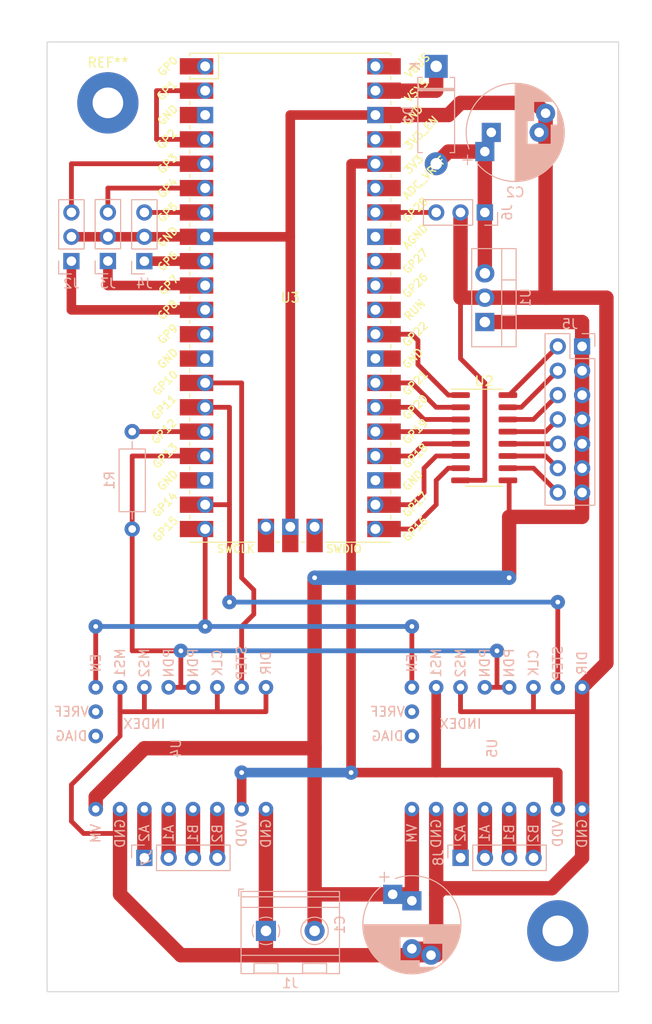
<source format=kicad_pcb>
(kicad_pcb (version 20221018) (generator pcbnew)
  (layers (0 "F.Cu" signal) (31 "B.Cu" signal) (34 "B.Paste" user) (35 "F.Paste" user) (36 "B.SilkS" user "B.Silkscreen") (37 "F.SilkS" user "F.Silkscreen") (38 "B.Mask" user) (39 "F.Mask" user) (44 "Edge.Cuts" user))
  (net 0 "")
  (net 1 "+12V")
  (net 2 "GND")
  (net 3 "+5V")
  (net 4 "Net-(D1-K)")
  (net 5 "/VCC_Minute_Home_Switch")
  (net 6 "/Minute_Home_Switch")
  (net 7 "/VCC_Hour_Home_Switch")
  (net 8 "/Hour_Home_Switch")
  (net 9 "/VCC_DCF77")
  (net 10 "/RX_DCF77")
  (net 11 "Net-(J5-Pin_2)")
  (net 12 "Net-(J5-Pin_4)")
  (net 13 "Net-(J5-Pin_6)")
  (net 14 "Net-(J5-Pin_8)")
  (net 15 "Net-(J5-Pin_10)")
  (net 16 "Net-(J5-Pin_12)")
  (net 17 "Net-(J5-Pin_14)")
  (net 18 "Net-(J6-Pin_3)")
  (net 19 "Net-(J7-Pin_1)")
  (net 20 "Net-(J7-Pin_2)")
  (net 21 "Net-(J7-Pin_3)")
  (net 22 "Net-(J7-Pin_4)")
  (net 23 "Net-(J8-Pin_1)")
  (net 24 "Net-(J8-Pin_2)")
  (net 25 "Net-(J8-Pin_3)")
  (net 26 "Net-(J8-Pin_4)")
  (net 27 "Net-(U3-GPIO12)")
  (net 28 "/UART")
  (net 29 "/ULN_1")
  (net 30 "/ULN_2")
  (net 31 "/ULN_3")
  (net 32 "/ULN_4")
  (net 33 "/ULN_5")
  (net 34 "/ULN_6")
  (net 35 "/ULN_7")
  (net 37 "Net-(U3-GPIO1)")
  (net 39 "/Step_Hour")
  (net 40 "/Step_Minute")
  (net 41 "/EN")
  (net 46 "+3.3V")
  (footprint "Package_SO:SOIC-16_3.9x9.9mm_P1.27mm" (layer "F.Cu") (at 151.065 100.965)
    (fp_text reference "U2" (at 0 -5.9) (layer "F.SilkS"))
    (fp_text value "ULN2003")
    (pad "1" smd roundrect (at -2.475 -4.445) (size 1.95 0.6) (layers "F.Cu" "F.Paste" "F.Mask") (net 29 "/ULN_1"))
    (pad "2" smd roundrect (at -2.475 -3.175) (size 1.95 0.6) (layers "F.Cu" "F.Paste" "F.Mask") (net 30 "/ULN_2"))
    (pad "3" smd roundrect (at -2.475 -1.905) (size 1.95 0.6) (layers "F.Cu" "F.Paste" "F.Mask") (net 31 "/ULN_3"))
    (pad "4" smd roundrect (at -2.475 -0.635) (size 1.95 0.6) (layers "F.Cu" "F.Paste" "F.Mask") (net 32 "/ULN_4"))
    (pad "5" smd roundrect (at -2.475 0.635) (size 1.95 0.6) (layers "F.Cu" "F.Paste" "F.Mask") (net 33 "/ULN_5"))
    (pad "6" smd roundrect (at -2.475 1.905) (size 1.95 0.6) (layers "F.Cu" "F.Paste" "F.Mask") (net 34 "/ULN_6"))
    (pad "7" smd roundrect (at -2.475 3.175) (size 1.95 0.6) (layers "F.Cu" "F.Paste" "F.Mask") (net 35 "/ULN_7"))
    (pad "8" smd roundrect (at -2.475 4.445) (size 1.95 0.6) (layers "F.Cu" "F.Paste" "F.Mask") (net 2 "GND"))
    (pad "9" smd roundrect (at 2.475 4.445) (size 1.95 0.6) (layers "F.Cu" "F.Paste" "F.Mask") (net 1 "+12V"))
    (pad "10" smd roundrect (at 2.475 3.175) (size 1.95 0.6) (layers "F.Cu" "F.Paste" "F.Mask") (net 17 "Net-(J5-Pin_14)"))
    (pad "11" smd roundrect (at 2.475 1.905) (size 1.95 0.6) (layers "F.Cu" "F.Paste" "F.Mask") (net 16 "Net-(J5-Pin_12)"))
    (pad "12" smd roundrect (at 2.475 0.635) (size 1.95 0.6) (layers "F.Cu" "F.Paste" "F.Mask") (net 15 "Net-(J5-Pin_10)"))
    (pad "13" smd roundrect (at 2.475 -0.635) (size 1.95 0.6) (layers "F.Cu" "F.Paste" "F.Mask") (net 14 "Net-(J5-Pin_8)"))
    (pad "14" smd roundrect (at 2.475 -1.905) (size 1.95 0.6) (layers "F.Cu" "F.Paste" "F.Mask") (net 13 "Net-(J5-Pin_6)"))
    (pad "15" smd roundrect (at 2.475 -3.175) (size 1.95 0.6) (layers "F.Cu" "F.Paste" "F.Mask") (net 12 "Net-(J5-Pin_4)"))
    (pad "16" smd roundrect (at 2.475 -4.445) (size 1.95 0.6) (layers "F.Cu" "F.Paste" "F.Mask") (net 11 "Net-(J5-Pin_2)"))
  )
  (footprint "MountingHole:MountingHole_3.2mm_M3_Pad" (layer "F.Cu") (at 111.76 66.04)
    (fp_text reference "REF**" (at 0 -4.2) (layer "F.SilkS"))
    (fp_text value "MountingHole_3.2mm_M3_Pad")
    (pad "1" thru_hole circle (at 0 0) (size 6.4 6.4) (drill 3.2) (layers "*.Cu" "*.Mask"))
  )
  (footprint "" (layer "F.Cu") (at 158.75 152.4)
    (fp_text reference "" (at 0 0) (layer "F.SilkS") (effects (font (size 1.27 1.27))))
    (fp_text value "" (at 0 0) (layer "F.SilkS") (effects (font (size 1.27 1.27))))
    (pad "1" thru_hole circle (at 0 0) (size 6.4 6.4) (drill 3.2) (layers "F&B.Cu" "*.Mask"))
  )
  (footprint "MCU_RaspberryPi_and_Boards:RPi_Pico_SMD_TH" (layer "F.Cu") (at 130.81 86.36)
    (fp_text reference "U3" (at 0 0) (layer "F.SilkS"))
    (fp_text value "Pico")
    (fp_text user "GP4" (at -12.8 -11.43 45) (layer "F.SilkS") (effects (font (size 0.8 0.8))))
    (fp_text user "GP11" (at -13.2 11.43 45) (layer "F.SilkS") (effects (font (size 0.8 0.8))))
    (fp_text user "GP3" (at -12.8 -13.97 45) (layer "F.SilkS") (effects (font (size 0.8 0.8))))
    (fp_text user "GP19" (at 13.054 13.97 45) (layer "F.SilkS") (effects (font (size 0.8 0.8))))
    (fp_text user "GP18" (at 13.054 16.51 45) (layer "F.SilkS") (effects (font (size 0.8 0.8))))
    (fp_text user "GND" (at -12.8 -6.35 45) (layer "F.SilkS") (effects (font (size 0.8 0.8))))
    (fp_text user "GP17" (at 13.054 21.59 45) (layer "F.SilkS") (effects (font (size 0.8 0.8))))
    (fp_text user "GP28" (at 13.054 -9.144 45) (layer "F.SilkS") (effects (font (size 0.8 0.8))))
    (fp_text user "AGND" (at 13.054 -6.35 45) (layer "F.SilkS") (effects (font (size 0.8 0.8))))
    (fp_text user "GP6" (at -12.8 -3.81 45) (layer "F.SilkS") (effects (font (size 0.8 0.8))))
    (fp_text user "GP5" (at -12.8 -8.89 45) (layer "F.SilkS") (effects (font (size 0.8 0.8))))
    (fp_text user "GP9" (at -12.8 3.81 45) (layer "F.SilkS") (effects (font (size 0.8 0.8))))
    (fp_text user "GP1" (at -12.9 -21.6 45) (layer "F.SilkS") (effects (font (size 0.8 0.8))))
    (fp_text user "GP0" (at -12.8 -24.13 45) (layer "F.SilkS") (effects (font (size 0.8 0.8))))
    (fp_text user "GND" (at -12.8 6.35 45) (layer "F.SilkS") (effects (font (size 0.8 0.8))))
    (fp_text user "VSYS" (at 13.2 -21.59 45) (layer "F.SilkS") (effects (font (size 0.8 0.8))))
    (fp_text user "GP26" (at 13.054 -1.27 45) (layer "F.SilkS") (effects (font (size 0.8 0.8))))
    (fp_text user "GND" (at 12.8 -19.05 45) (layer "F.SilkS") (effects (font (size 0.8 0.8))))
    (fp_text user "GP10" (at -13.054 8.89 45) (layer "F.SilkS") (effects (font (size 0.8 0.8))))
    (fp_text user "SWCLK" (at -5.7 26.2) (layer "F.SilkS") (effects (font (size 0.8 0.8))))
    (fp_text user "GP27" (at 13.054 -3.8 45) (layer "F.SilkS") (effects (font (size 0.8 0.8))))
    (fp_text user "GP14" (at -13.1 21.59 45) (layer "F.SilkS") (effects (font (size 0.8 0.8))))
    (fp_text user "GP15" (at -13.054 24.13 45) (layer "F.SilkS") (effects (font (size 0.8 0.8))))
    (fp_text user "GND" (at -12.8 -19.05 45) (layer "F.SilkS") (effects (font (size 0.8 0.8))))
    (fp_text user "GP8" (at -12.8 1.27 45) (layer "F.SilkS") (effects (font (size 0.8 0.8))))
    (fp_text user "GP16" (at 13.054 24.13 45) (layer "F.SilkS") (effects (font (size 0.8 0.8))))
    (fp_text user "GP22" (at 13.054 3.81 45) (layer "F.SilkS") (effects (font (size 0.8 0.8))))
    (fp_text user "SWDIO" (at 5.6 26.2) (layer "F.SilkS") (effects (font (size 0.8 0.8))))
    (fp_text user "GP2" (at -12.9 -16.51 45) (layer "F.SilkS") (effects (font (size 0.8 0.8))))
    (fp_text user "GND" (at -12.8 19.05 45) (layer "F.SilkS") (effects (font (size 0.8 0.8))))
    (fp_text user "GP7" (at -12.7 -1.3 45) (layer "F.SilkS") (effects (font (size 0.8 0.8))))
    (fp_text user "GP21" (at 13.054 8.9 45) (layer "F.SilkS") (effects (font (size 0.8 0.8))))
    (fp_text user "RUN" (at 13 1.27 45) (layer "F.SilkS") (effects (font (size 0.8 0.8))))
    (fp_text user "3V3_EN" (at 13.7 -17.2 45) (layer "F.SilkS") (effects (font (size 0.8 0.8))))
    (fp_text user "GP12" (at -13.2 13.97 45) (layer "F.SilkS") (effects (font (size 0.8 0.8))))
    (fp_text user "3V3" (at 12.9 -13.9 45) (layer "F.SilkS") (effects (font (size 0.8 0.8))))
    (fp_text user "ADC_VREF" (at 14 -12.5 45) (layer "F.SilkS") (effects (font (size 0.8 0.8))))
    (fp_text user "GP20" (at 13.054 11.43 45) (layer "F.SilkS") (effects (font (size 0.8 0.8))))
    (fp_text user "GND" (at 12.8 6.35 45) (layer "F.SilkS") (effects (font (size 0.8 0.8))))
    (fp_text user "GP13" (at -13.054 16.51 45) (layer "F.SilkS") (effects (font (size 0.8 0.8))))
    (fp_text user "VBUS" (at 13.3 -24.2 45) (layer "F.SilkS") (effects (font (size 0.8 0.8))))
    (fp_text user "GND" (at 12.8 19.05 45) (layer "F.SilkS") (effects (font (size 0.8 0.8))))
    (pad "" np_thru_hole oval (at -2.725 -24) (size 1.8 1.8) (drill 1.8) (layers "*.Cu" "*.Mask"))
    (pad "" np_thru_hole oval (at -2.425 -20.97) (size 1.5 1.5) (drill 1.5) (layers "*.Cu" "*.Mask"))
    (pad "" np_thru_hole oval (at 2.425 -20.97) (size 1.5 1.5) (drill 1.5) (layers "*.Cu" "*.Mask"))
    (pad "" np_thru_hole oval (at 2.725 -24) (size 1.8 1.8) (drill 1.8) (layers "*.Cu" "*.Mask"))
    (pad "1" thru_hole oval (at -8.89 -24.13) (size 1.7 1.7) (drill 1.02) (layers "*.Cu" "*.Mask"))
    (pad "1" smd rect (at -8.89 -24.13) (size 3.5 1.7) (drill (offset -0.9 0)) (layers "F.Cu" "F.Mask"))
    (pad "2" thru_hole oval (at -8.89 -21.59) (size 1.7 1.7) (drill 1.02) (layers "*.Cu" "*.Mask") (net 37 "Net-(U3-GPIO1)"))
    (pad "2" smd rect (at -8.89 -21.59) (size 3.5 1.7) (drill (offset -0.9 0)) (layers "F.Cu" "F.Mask") (net 37 "Net-(U3-GPIO1)"))
    (pad "3" thru_hole rect (at -8.89 -19.05) (size 1.7 1.7) (drill 1.02) (layers "*.Cu" "*.Mask"))
    (pad "3" smd rect (at -8.89 -19.05) (size 3.5 1.7) (drill (offset -0.9 0)) (layers "F.Cu" "F.Mask"))
    (pad "4" thru_hole oval (at -8.89 -16.51) (size 1.7 1.7) (drill 1.02) (layers "*.Cu" "*.Mask") (net 37 "Net-(U3-GPIO1)"))
    (pad "4" smd rect (at -8.89 -16.51) (size 3.5 1.7) (drill (offset -0.9 0)) (layers "F.Cu" "F.Mask") (net 37 "Net-(U3-GPIO1)"))
    (pad "5" thru_hole oval (at -8.89 -13.97) (size 1.7 1.7) (drill 1.02) (layers "*.Cu" "*.Mask") (net 6 "/Minute_Home_Switch"))
    (pad "5" smd rect (at -8.89 -13.97) (size 3.5 1.7) (drill (offset -0.9 0)) (layers "F.Cu" "F.Mask") (net 6 "/Minute_Home_Switch"))
    (pad "6" thru_hole oval (at -8.89 -11.43) (size 1.7 1.7) (drill 1.02) (layers "*.Cu" "*.Mask") (net 8 "/Hour_Home_Switch"))
    (pad "6" smd rect (at -8.89 -11.43) (size 3.5 1.7) (drill (offset -0.9 0)) (layers "F.Cu" "F.Mask") (net 8 "/Hour_Home_Switch"))
    (pad "7" thru_hole oval (at -8.89 -8.89) (size 1.7 1.7) (drill 1.02) (layers "*.Cu" "*.Mask") (net 10 "/RX_DCF77"))
    (pad "7" smd rect (at -8.89 -8.89) (size 3.5 1.7) (drill (offset -0.9 0)) (layers "F.Cu" "F.Mask") (net 10 "/RX_DCF77"))
    (pad "8" thru_hole rect (at -8.89 -6.35) (size 1.7 1.7) (drill 1.02) (layers "*.Cu" "*.Mask") (net 2 "GND"))
    (pad "8" smd rect (at -8.89 -6.35) (size 3.5 1.7) (drill (offset -0.9 0)) (layers "F.Cu" "F.Mask") (net 2 "GND"))
    (pad "9" thru_hole oval (at -8.89 -3.81) (size 1.7 1.7) (drill 1.02) (layers "*.Cu" "*.Mask") (net 9 "/VCC_DCF77"))
    (pad "9" smd rect (at -8.89 -3.81) (size 3.5 1.7) (drill (offset -0.9 0)) (layers "F.Cu" "F.Mask") (net 9 "/VCC_DCF77"))
    (pad "10" thru_hole oval (at -8.89 -1.27) (size 1.7 1.7) (drill 1.02) (layers "*.Cu" "*.Mask") (net 7 "/VCC_Hour_Home_Switch"))
    (pad "10" smd rect (at -8.89 -1.27) (size 3.5 1.7) (drill (offset -0.9 0)) (layers "F.Cu" "F.Mask") (net 7 "/VCC_Hour_Home_Switch"))
    (pad "11" thru_hole oval (at -8.89 1.27) (size 1.7 1.7) (drill 1.02) (layers "*.Cu" "*.Mask") (net 5 "/VCC_Minute_Home_Switch"))
    (pad "11" smd rect (at -8.89 1.27) (size 3.5 1.7) (drill (offset -0.9 0)) (layers "F.Cu" "F.Mask") (net 5 "/VCC_Minute_Home_Switch"))
    (pad "12" thru_hole oval (at -8.89 3.81) (size 1.7 1.7) (drill 1.02) (layers "*.Cu" "*.Mask"))
    (pad "12" smd rect (at -8.89 3.81) (size 3.5 1.7) (drill (offset -0.9 0)) (layers "F.Cu" "F.Mask"))
    (pad "13" thru_hole rect (at -8.89 6.35) (size 1.7 1.7) (drill 1.02) (layers "*.Cu" "*.Mask"))
    (pad "13" smd rect (at -8.89 6.35) (size 3.5 1.7) (drill (offset -0.9 0)) (layers "F.Cu" "F.Mask"))
    (pad "14" thru_hole oval (at -8.89 8.89) (size 1.7 1.7) (drill 1.02) (layers "*.Cu" "*.Mask") (net 39 "/Step_Hour"))
    (pad "14" smd rect (at -8.89 8.89) (size 3.5 1.7) (drill (offset -0.9 0)) (layers "F.Cu" "F.Mask") (net 39 "/Step_Hour"))
    (pad "15" thru_hole oval (at -8.89 11.43) (size 1.7 1.7) (drill 1.02) (layers "*.Cu" "*.Mask") (net 40 "/Step_Minute"))
    (pad "15" smd rect (at -8.89 11.43) (size 3.5 1.7) (drill (offset -0.9 0)) (layers "F.Cu" "F.Mask") (net 40 "/Step_Minute"))
    (pad "16" thru_hole oval (at -8.89 13.97) (size 1.7 1.7) (drill 1.02) (layers "*.Cu" "*.Mask") (net 27 "Net-(U3-GPIO12)"))
    (pad "16" smd rect (at -8.89 13.97) (size 3.5 1.7) (drill (offset -0.9 0)) (layers "F.Cu" "F.Mask") (net 27 "Net-(U3-GPIO12)"))
    (pad "17" thru_hole oval (at -8.89 16.51) (size 1.7 1.7) (drill 1.02) (layers "*.Cu" "*.Mask") (net 28 "/UART"))
    (pad "17" smd rect (at -8.89 16.51) (size 3.5 1.7) (drill (offset -0.9 0)) (layers "F.Cu" "F.Mask") (net 28 "/UART"))
    (pad "18" thru_hole rect (at -8.89 19.05) (size 1.7 1.7) (drill 1.02) (layers "*.Cu" "*.Mask"))
    (pad "18" smd rect (at -8.89 19.05) (size 3.5 1.7) (drill (offset -0.9 0)) (layers "F.Cu" "F.Mask"))
    (pad "19" thru_hole oval (at -8.89 21.59) (size 1.7 1.7) (drill 1.02) (layers "*.Cu" "*.Mask") (net 40 "/Step_Minute"))
    (pad "19" smd rect (at -8.89 21.59) (size 3.5 1.7) (drill (offset -0.9 0)) (layers "F.Cu" "F.Mask") (net 40 "/Step_Minute"))
    (pad "20" thru_hole oval (at -8.89 24.13) (size 1.7 1.7) (drill 1.02) (layers "*.Cu" "*.Mask") (net 41 "/EN"))
    (pad "20" smd rect (at -8.89 24.13) (size 3.5 1.7) (drill (offset -0.9 0)) (layers "F.Cu" "F.Mask") (net 41 "/EN"))
    (pad "21" thru_hole oval (at 8.89 24.13) (size 1.7 1.7) (drill 1.02) (layers "*.Cu" "*.Mask") (net 35 "/ULN_7"))
    (pad "21" smd rect (at 8.89 24.13) (size 3.5 1.7) (drill (offset 0.9 0)) (layers "F.Cu" "F.Mask") (net 35 "/ULN_7"))
    (pad "22" thru_hole oval (at 8.89 21.59) (size 1.7 1.7) (drill 1.02) (layers "*.Cu" "*.Mask") (net 34 "/ULN_6"))
    (pad "22" smd rect (at 8.89 21.59) (size 3.5 1.7) (drill (offset 0.9 0)) (layers "F.Cu" "F.Mask") (net 34 "/ULN_6"))
    (pad "23" thru_hole rect (at 8.89 19.05) (size 1.7 1.7) (drill 1.02) (layers "*.Cu" "*.Mask"))
    (pad "23" smd rect (at 8.89 19.05) (size 3.5 1.7) (drill (offset 0.9 0)) (layers "F.Cu" "F.Mask"))
    (pad "24" thru_hole oval (at 8.89 16.51) (size 1.7 1.7) (drill 1.02) (layers "*.Cu" "*.Mask") (net 33 "/ULN_5"))
    (pad "24" smd rect (at 8.89 16.51) (size 3.5 1.7) (drill (offset 0.9 0)) (layers "F.Cu" "F.Mask") (net 33 "/ULN_5"))
    (pad "25" thru_hole oval (at 8.89 13.97) (size 1.7 1.7) (drill 1.02) (layers "*.Cu" "*.Mask") (net 32 "/ULN_4"))
    (pad "25" smd rect (at 8.89 13.97) (size 3.5 1.7) (drill (offset 0.9 0)) (layers "F.Cu" "F.Mask") (net 32 "/ULN_4"))
    (pad "26" thru_hole oval (at 8.89 11.43) (size 1.7 1.7) (drill 1.02) (layers "*.Cu" "*.Mask") (net 31 "/ULN_3"))
    (pad "26" smd rect (at 8.89 11.43) (size 3.5 1.7) (drill (offset 0.9 0)) (layers "F.Cu" "F.Mask") (net 31 "/ULN_3"))
    (pad "27" thru_hole oval (at 8.89 8.89) (size 1.7 1.7) (drill 1.02) (layers "*.Cu" "*.Mask") (net 30 "/ULN_2"))
    (pad "27" smd rect (at 8.89 8.89) (size 3.5 1.7) (drill (offset 0.9 0)) (layers "F.Cu" "F.Mask") (net 30 "/ULN_2"))
    (pad "28" thru_hole rect (at 8.89 6.35) (size 1.7 1.7) (drill 1.02) (layers "*.Cu" "*.Mask"))
    (pad "28" smd rect (at 8.89 6.35) (size 3.5 1.7) (drill (offset 0.9 0)) (layers "F.Cu" "F.Mask"))
    (pad "29" thru_hole oval (at 8.89 3.81) (size 1.7 1.7) (drill 1.02) (layers "*.Cu" "*.Mask") (net 29 "/ULN_1"))
    (pad "29" smd rect (at 8.89 3.81) (size 3.5 1.7) (drill (offset 0.9 0)) (layers "F.Cu" "F.Mask") (net 29 "/ULN_1"))
    (pad "30" thru_hole oval (at 8.89 1.27) (size 1.7 1.7) (drill 1.02) (layers "*.Cu" "*.Mask"))
    (pad "30" smd rect (at 8.89 1.27) (size 3.5 1.7) (drill (offset 0.9 0)) (layers "F.Cu" "F.Mask"))
    (pad "31" thru_hole oval (at 8.89 -1.27) (size 1.7 1.7) (drill 1.02) (layers "*.Cu" "*.Mask"))
    (pad "31" smd rect (at 8.89 -1.27) (size 3.5 1.7) (drill (offset 0.9 0)) (layers "F.Cu" "F.Mask"))
    (pad "32" thru_hole oval (at 8.89 -3.81) (size 1.7 1.7) (drill 1.02) (layers "*.Cu" "*.Mask"))
    (pad "32" smd rect (at 8.89 -3.81) (size 3.5 1.7) (drill (offset 0.9 0)) (layers "F.Cu" "F.Mask"))
    (pad "33" thru_hole rect (at 8.89 -6.35) (size 1.7 1.7) (drill 1.02) (layers "*.Cu" "*.Mask"))
    (pad "33" smd rect (at 8.89 -6.35) (size 3.5 1.7) (drill (offset 0.9 0)) (layers "F.Cu" "F.Mask"))
    (pad "34" thru_hole oval (at 8.89 -8.89) (size 1.7 1.7) (drill 1.02) (layers "*.Cu" "*.Mask") (net 18 "Net-(J6-Pin_3)"))
    (pad "34" smd rect (at 8.89 -8.89) (size 3.5 1.7) (drill (offset 0.9 0)) (layers "F.Cu" "F.Mask") (net 18 "Net-(J6-Pin_3)"))
    (pad "35" thru_hole oval (at 8.89 -11.43) (size 1.7 1.7) (drill 1.02) (layers "*.Cu" "*.Mask"))
    (pad "35" smd rect (at 8.89 -11.43) (size 3.5 1.7) (drill (offset 0.9 0)) (layers "F.Cu" "F.Mask"))
    (pad "36" thru_hole oval (at 8.89 -13.97) (size 1.7 1.7) (drill 1.02) (layers "*.Cu" "*.Mask") (net 46 "+3.3V"))
    (pad "36" smd rect (at 8.89 -13.97) (size 3.5 1.7) (drill (offset 0.9 0)) (layers "F.Cu" "F.Mask") (net 46 "+3.3V"))
    (pad "37" thru_hole oval (at 8.89 -16.51) (size 1.7 1.7) (drill 1.02) (layers "*.Cu" "*.Mask"))
    (pad "37" smd rect (at 8.89 -16.51) (size 3.5 1.7) (drill (offset 0.9 0)) (layers "F.Cu" "F.Mask"))
    (pad "38" thru_hole rect (at 8.89 -19.05) (size 1.7 1.7) (drill 1.02) (layers "*.Cu" "*.Mask") (net 2 "GND"))
    (pad "38" smd rect (at 8.89 -19.05) (size 3.5 1.7) (drill (offset 0.9 0)) (layers "F.Cu" "F.Mask") (net 2 "GND"))
    (pad "39" thru_hole oval (at 8.89 -21.59) (size 1.7 1.7) (drill 1.02) (layers "*.Cu" "*.Mask") (net 4 "Net-(D1-K)"))
    (pad "39" smd rect (at 8.89 -21.59) (size 3.5 1.7) (drill (offset 0.9 0)) (layers "F.Cu" "F.Mask") (net 4 "Net-(D1-K)"))
    (pad "40" thru_hole oval (at 8.89 -24.13) (size 1.7 1.7) (drill 1.02) (layers "*.Cu" "*.Mask"))
    (pad "40" smd rect (at 8.89 -24.13) (size 3.5 1.7) (drill (offset 0.9 0)) (layers "F.Cu" "F.Mask"))
    (pad "41" thru_hole oval (at -2.54 23.9) (size 1.7 1.7) (drill 1.02) (layers "*.Cu" "*.Mask"))
    (pad "41" smd rect (at -2.54 23.9 90) (size 3.5 1.7) (drill (offset -0.9 0)) (layers "F.Cu" "F.Mask"))
    (pad "42" thru_hole rect (at 0 23.9) (size 1.7 1.7) (drill 1.02) (layers "*.Cu" "*.Mask") (net 2 "GND"))
    (pad "42" smd rect (at 0 23.9 90) (size 3.5 1.7) (drill (offset -0.9 0)) (layers "F.Cu" "F.Mask") (net 2 "GND"))
    (pad "43" thru_hole oval (at 2.54 23.9) (size 1.7 1.7) (drill 1.02) (layers "*.Cu" "*.Mask"))
    (pad "43" smd rect (at 2.54 23.9 90) (size 3.5 1.7) (drill (offset -0.9 0)) (layers "F.Cu" "F.Mask"))
  )
  (footprint "Connector_PinHeader_2.54mm:PinHeader_1x03_P2.54mm_Vertical" (layer "B.Cu") (at 111.76 82.535)
    (fp_text reference "J3" (at 0 2.33) (layer "B.SilkS") (effects (justify mirror)))
    (fp_text value "Conn_Hour_Home")
    (pad "1" thru_hole rect (at 0 0) (size 1.7 1.7) (drill 1) (layers "*.Cu" "*.Mask") (net 7 "/VCC_Hour_Home_Switch"))
    (pad "2" thru_hole oval (at 0 -2.54) (size 1.7 1.7) (drill 1) (layers "*.Cu" "*.Mask") (net 2 "GND"))
    (pad "3" thru_hole oval (at 0 -5.08) (size 1.7 1.7) (drill 1) (layers "*.Cu" "*.Mask") (net 8 "/Hour_Home_Switch"))
  )
  (footprint "Capacitor_THT:CP_Radial_D10.0mm_P5.00mm_P7.50mm" (layer "B.Cu") (at 151.802144 69.12)
    (fp_text reference "C2" (at 2.5 6.25) (layer "B.SilkS") (effects (justify mirror)))
    (fp_text value "C_Polarized")
    (pad "1" thru_hole rect (at -0.672144 2) (size 2 2) (drill 1) (layers "*.Cu" "*.Mask") (net 3 "+5V"))
    (pad "1" thru_hole rect (at 0 0) (size 2 2) (drill 1) (layers "*.Cu" "*.Mask") (net 3 "+5V"))
    (pad "2" thru_hole circle (at 5 0) (size 2 2) (drill 1) (layers "*.Cu" "*.Mask") (net 2 "GND"))
    (pad "2" thru_hole circle (at 5.672144 -2) (size 2 2) (drill 1) (layers "*.Cu" "*.Mask") (net 2 "GND"))
  )
  (footprint "Connector_PinHeader_2.54mm:PinHeader_1x03_P2.54mm_Vertical" (layer "B.Cu") (at 151.13 77.47 90)
    (fp_text reference "J6" (at 0 2.33 90) (layer "B.SilkS") (effects (justify mirror)))
    (fp_text value "Conn_RGB_LED")
    (pad "1" thru_hole rect (at 0 0 90) (size 1.7 1.7) (drill 1) (layers "*.Cu" "*.Mask") (net 3 "+5V"))
    (pad "2" thru_hole oval (at 0 -2.54 90) (size 1.7 1.7) (drill 1) (layers "*.Cu" "*.Mask") (net 2 "GND"))
    (pad "3" thru_hole oval (at 0 -5.08 90) (size 1.7 1.7) (drill 1) (layers "*.Cu" "*.Mask") (net 18 "Net-(J6-Pin_3)"))
  )
  (footprint "Resistor_THT:R_Axial_DIN0207_L6.3mm_D2.5mm_P10.16mm_Horizontal" (layer "B.Cu") (at 114.3 100.33 -90)
    (fp_text reference "R1" (at 5.08 2.37 90) (layer "B.SilkS") (effects (justify mirror)))
    (fp_text value "1K")
    (pad "1" thru_hole circle (at 0 0 270) (size 1.6 1.6) (drill 0.8) (layers "*.Cu" "*.Mask") (net 27 "Net-(U3-GPIO12)"))
    (pad "2" thru_hole oval (at 10.16 0 270) (size 1.6 1.6) (drill 0.8) (layers "*.Cu" "*.Mask") (net 28 "/UART"))
  )
  (footprint "Connector_PinHeader_2.54mm:PinHeader_1x03_P2.54mm_Vertical" (layer "B.Cu") (at 107.95 82.55)
    (fp_text reference "J2" (at 0 2.33) (layer "B.SilkS") (effects (justify mirror)))
    (fp_text value "Conn_DCF77")
    (pad "1" thru_hole rect (at 0 0) (size 1.7 1.7) (drill 1) (layers "*.Cu" "*.Mask") (net 5 "/VCC_Minute_Home_Switch"))
    (pad "2" thru_hole oval (at 0 -2.54) (size 1.7 1.7) (drill 1) (layers "*.Cu" "*.Mask") (net 2 "GND"))
    (pad "3" thru_hole oval (at 0 -5.08) (size 1.7 1.7) (drill 1) (layers "*.Cu" "*.Mask") (net 6 "/Minute_Home_Switch"))
  )
  (footprint "Connector_PinHeader_2.54mm:PinHeader_1x04_P2.54mm_Vertical" (layer "B.Cu") (at 148.6 144.78 -90)
    (fp_text reference "J8" (at 0 2.33 90) (layer "B.SilkS") (effects (justify mirror)))
    (fp_text value "Conn_Motor_Minute")
    (pad "1" thru_hole rect (at 0 0 270) (size 1.7 1.7) (drill 1) (layers "*.Cu" "*.Mask") (net 23 "Net-(J8-Pin_1)"))
    (pad "2" thru_hole oval (at 0 -2.54 270) (size 1.7 1.7) (drill 1) (layers "*.Cu" "*.Mask") (net 24 "Net-(J8-Pin_2)"))
    (pad "3" thru_hole oval (at 0 -5.08 270) (size 1.7 1.7) (drill 1) (layers "*.Cu" "*.Mask") (net 25 "Net-(J8-Pin_3)"))
    (pad "4" thru_hole oval (at 0 -7.62 270) (size 1.7 1.7) (drill 1) (layers "*.Cu" "*.Mask") (net 26 "Net-(J8-Pin_4)"))
  )
  (footprint "CustomComponents:SilentStepStick" (layer "B.Cu") (at 152.4 133.35 -90)
    (fp_text reference "U5" (at 0 0.5 90 unlocked) (layer "B.SilkS") (effects (justify mirror)))
    (fp_text value "SilentStepStick_Minute")
    (fp_text user "INDEX" (at -2.54 3.81 unlocked) (layer "B.SilkS") (effects (justify mirror)))
    (fp_text user "GND" (at 8.89 6.35 90 unlocked) (layer "B.SilkS") (effects (justify mirror)))
    (fp_text user "B1" (at 8.89 -1.27 90 unlocked) (layer "B.SilkS") (effects (justify mirror)))
    (fp_text user "MS1" (at -8.89 6.35 90 unlocked) (layer "B.SilkS") (effects (justify mirror)))
    (fp_text user "EN" (at -8.89 8.89 90 unlocked) (layer "B.SilkS") (effects (justify mirror)))
    (fp_text user "MS2" (at -8.89 3.81 90 unlocked) (layer "B.SilkS") (effects (justify mirror)))
    (fp_text user "VREF" (at -3.81 11.43 unlocked) (layer "B.SilkS") (effects (justify mirror)))
    (fp_text user "A1" (at 8.89 1.27 90 unlocked) (layer "B.SilkS") (effects (justify mirror)))
    (fp_text user "VM" (at 8.89 8.89 90 unlocked) (layer "B.SilkS") (effects (justify mirror)))
    (fp_text user "CLK" (at -8.89 -3.81 90 unlocked) (layer "B.SilkS") (effects (justify mirror)))
    (fp_text user "GND" (at 8.89 -8.89 90 unlocked) (layer "B.SilkS") (effects (justify mirror)))
    (fp_text user "PDN" (at -8.89 1.27 90 unlocked) (layer "B.SilkS") (effects (justify mirror)))
    (fp_text user "PDN" (at -8.89 -1.27 90 unlocked) (layer "B.SilkS") (effects (justify mirror)))
    (fp_text user "STEP" (at -8.89 -6.35 90 unlocked) (layer "B.SilkS") (effects (justify mirror)))
    (fp_text user "DIAG" (at -1.27 11.43 unlocked) (layer "B.SilkS") (effects (justify mirror)))
    (fp_text user "A2" (at 8.89 3.81 90 unlocked) (layer "B.SilkS") (effects (justify mirror)))
    (fp_text user "DIR" (at -8.89 -8.89 90 unlocked) (layer "B.SilkS") (effects (justify mirror)))
    (fp_text user "VDD" (at 8.89 -6.35 90 unlocked) (layer "B.SilkS") (effects (justify mirror)))
    (fp_text user "B2" (at 8.89 -3.81 90 unlocked) (layer "B.SilkS") (effects (justify mirror)))
    (pad "1" thru_hole circle (at -6.35 8.89 270) (size 1.524 1.524) (drill 0.762) (layers "*.Cu" "*.Mask") (net 41 "/EN"))
    (pad "2" thru_hole circle (at -6.35 6.35 270) (size 1.524 1.524) (drill 0.762) (layers "*.Cu" "*.Mask") (net 46 "+3.3V"))
    (pad "3" thru_hole circle (at -6.35 3.81 270) (size 1.524 1.524) (drill 0.762) (layers "*.Cu" "*.Mask") (net 2 "GND"))
    (pad "4" thru_hole circle (at -6.35 1.27 270) (size 1.524 1.524) (drill 0.762) (layers "*.Cu" "*.Mask") (net 28 "/UART"))
    (pad "5" thru_hole circle (at -6.35 -1.27 270) (size 1.524 1.524) (drill 0.762) (layers "*.Cu" "*.Mask") (net 28 "/UART"))
    (pad "6" thru_hole circle (at -6.35 -3.81 270) (size 1.524 1.524) (drill 0.762) (layers "*.Cu" "*.Mask") (net 2 "GND"))
    (pad "7" thru_hole circle (at -6.35 -6.35 270) (size 1.524 1.524) (drill 0.762) (layers "*.Cu" "*.Mask") (net 40 "/Step_Minute"))
    (pad "8" thru_hole circle (at -6.35 -8.89 270) (size 1.524 1.524) (drill 0.762) (layers "*.Cu" "*.Mask") (net 2 "GND"))
    (pad "9" thru_hole circle (at 6.35 -8.89 270) (size 1.524 1.524) (drill 0.762) (layers "*.Cu" "*.Mask") (net 2 "GND"))
    (pad "10" thru_hole circle (at 6.35 -6.35 270) (size 1.524 1.524) (drill 0.762) (layers "*.Cu" "*.Mask") (net 46 "+3.3V"))
    (pad "11" thru_hole circle (at 6.35 -3.81 270) (size 1.524 1.524) (drill 0.762) (layers "*.Cu" "*.Mask") (net 26 "Net-(J8-Pin_4)"))
    (pad "12" thru_hole circle (at 6.35 -1.27 270) (size 1.524 1.524) (drill 0.762) (layers "*.Cu" "*.Mask") (net 25 "Net-(J8-Pin_3)"))
    (pad "13" thru_hole circle (at 6.35 1.27 270) (size 1.524 1.524) (drill 0.762) (layers "*.Cu" "*.Mask") (net 24 "Net-(J8-Pin_2)"))
    (pad "14" thru_hole circle (at 6.35 3.81 270) (size 1.524 1.524) (drill 0.762) (layers "*.Cu" "*.Mask") (net 23 "Net-(J8-Pin_1)"))
    (pad "15" thru_hole circle (at 6.35 6.35 270) (size 1.524 1.524) (drill 0.762) (layers "*.Cu" "*.Mask") (net 2 "GND"))
    (pad "16" thru_hole circle (at 6.35 8.89 270) (size 1.524 1.524) (drill 0.762) (layers "*.Cu" "*.Mask") (net 1 "+12V"))
    (pad "17" thru_hole circle (at -3.81 8.89 90) (size 1.524 1.524) (drill 0.762) (layers "*.Cu" "*.Mask"))
    (pad "18" thru_hole circle (at -1.27 8.89 90) (size 1.524 1.524) (drill 0.762) (layers "*.Cu" "*.Mask"))
  )
  (footprint "Package_TO_SOT_THT:TO-220-3_Vertical" (layer "B.Cu") (at 151.13 88.9 90)
    (fp_text reference "U1" (at 2.54 4.27 90) (layer "B.SilkS") (effects (justify mirror)))
    (fp_text value "LM7805_TO220")
    (pad "1" thru_hole rect (at 0 0 90) (size 1.905 2) (drill 1.1) (layers "*.Cu" "*.Mask") (net 1 "+12V"))
    (pad "2" thru_hole oval (at 2.54 0 90) (size 1.905 2) (drill 1.1) (layers "*.Cu" "*.Mask") (net 2 "GND"))
    (pad "3" thru_hole oval (at 5.08 0 90) (size 1.905 2) (drill 1.1) (layers "*.Cu" "*.Mask") (net 3 "+5V"))
  )
  (footprint "Diode_THT:D_DO-15_P10.16mm_Horizontal" (layer "B.Cu") (at 146.05 62.23 -90)
    (fp_text reference "D1" (at 5.08 2.92 90) (layer "B.SilkS") (effects (justify mirror)))
    (fp_text value "D_Schottky")
    (fp_text user "K" (at 0 2.2 90) (layer "B.SilkS") (effects (justify mirror)))
    (pad "1" thru_hole rect (at 0 0 270) (size 2.4 2.4) (drill 1.2) (layers "*.Cu" "*.Mask") (net 4 "Net-(D1-K)"))
    (pad "2" thru_hole oval (at 10.16 0 270) (size 2.4 2.4) (drill 1.2) (layers "*.Cu" "*.Mask") (net 3 "+5V"))
  )
  (footprint "CustomComponents:SilentStepStick" (layer "B.Cu") (at 119.38 133.35 -90)
    (fp_text reference "U4" (at 0 0.5 90 unlocked) (layer "B.SilkS") (effects (justify mirror)))
    (fp_text value "SilentStepStick_Hour")
    (fp_text user "INDEX" (at -2.54 3.81 unlocked) (layer "B.SilkS") (effects (justify mirror)))
    (fp_text user "DIR" (at -8.89 -8.89 90 unlocked) (layer "B.SilkS") (effects (justify mirror)))
    (fp_text user "B2" (at 8.89 -3.81 90 unlocked) (layer "B.SilkS") (effects (justify mirror)))
    (fp_text user "A1" (at 8.89 1.27 90 unlocked) (layer "B.SilkS") (effects (justify mirror)))
    (fp_text user "VREF" (at -3.81 11.43 unlocked) (layer "B.SilkS") (effects (justify mirror)))
    (fp_text user "STEP" (at -8.89 -6.35 90 unlocked) (layer "B.SilkS") (effects (justify mirror)))
    (fp_text user "PDN" (at -8.89 -1.27 90 unlocked) (layer "B.SilkS") (effects (justify mirror)))
    (fp_text user "MS1" (at -8.89 6.35 90 unlocked) (layer "B.SilkS") (effects (justify mirror)))
    (fp_text user "A2" (at 8.89 3.81 90 unlocked) (layer "B.SilkS") (effects (justify mirror)))
    (fp_text user "PDN" (at -8.89 1.27 90 unlocked) (layer "B.SilkS") (effects (justify mirror)))
    (fp_text user "VDD" (at 8.89 -6.35 90 unlocked) (layer "B.SilkS") (effects (justify mirror)))
    (fp_text user "GND" (at 8.89 6.35 90 unlocked) (layer "B.SilkS") (effects (justify mirror)))
    (fp_text user "MS2" (at -8.89 3.81 90 unlocked) (layer "B.SilkS") (effects (justify mirror)))
    (fp_text user "CLK" (at -8.89 -3.81 90 unlocked) (layer "B.SilkS") (effects (justify mirror)))
    (fp_text user "EN" (at -8.89 8.89 90 unlocked) (layer "B.SilkS") (effects (justify mirror)))
    (fp_text user "B1" (at 8.89 -1.27 90 unlocked) (layer "B.SilkS") (effects (justify mirror)))
    (fp_text user "GND" (at 8.89 -8.89 90 unlocked) (layer "B.SilkS") (effects (justify mirror)))
    (fp_text user "VM" (at 8.89 8.89 90 unlocked) (layer "B.SilkS") (effects (justify mirror)))
    (fp_text user "DIAG" (at -1.27 11.43 unlocked) (layer "B.SilkS") (effects (justify mirror)))
    (pad "1" thru_hole circle (at -6.35 8.89 270) (size 1.524 1.524) (drill 0.762) (layers "*.Cu" "*.Mask") (net 41 "/EN"))
    (pad "2" thru_hole circle (at -6.35 6.35 270) (size 1.524 1.524) (drill 0.762) (layers "*.Cu" "*.Mask") (net 2 "GND"))
    (pad "3" thru_hole circle (at -6.35 3.81 270) (size 1.524 1.524) (drill 0.762) (layers "*.Cu" "*.Mask") (net 2 "GND"))
    (pad "4" thru_hole circle (at -6.35 1.27 270) (size 1.524 1.524) (drill 0.762) (layers "*.Cu" "*.Mask") (net 28 "/UART"))
    (pad "5" thru_hole circle (at -6.35 -1.27 270) (size 1.524 1.524) (drill 0.762) (layers "*.Cu" "*.Mask") (net 28 "/UART"))
    (pad "6" thru_hole circle (at -6.35 -3.81 270) (size 1.524 1.524) (drill 0.762) (layers "*.Cu" "*.Mask") (net 2 "GND"))
    (pad "7" thru_hole circle (at -6.35 -6.35 270) (size 1.524 1.524) (drill 0.762) (layers "*.Cu" "*.Mask") (net 39 "/Step_Hour"))
    (pad "8" thru_hole circle (at -6.35 -8.89 270) (size 1.524 1.524) (drill 0.762) (layers "*.Cu" "*.Mask") (net 2 "GND"))
    (pad "9" thru_hole circle (at 6.35 -8.89 270) (size 1.524 1.524) (drill 0.762) (layers "*.Cu" "*.Mask") (net 2 "GND"))
    (pad "10" thru_hole circle (at 6.35 -6.35 270) (size 1.524 1.524) (drill 0.762) (layers "*.Cu" "*.Mask") (net 46 "+3.3V"))
    (pad "11" thru_hole circle (at 6.35 -3.81 270) (size 1.524 1.524) (drill 0.762) (layers "*.Cu" "*.Mask") (net 22 "Net-(J7-Pin_4)"))
    (pad "12" thru_hole circle (at 6.35 -1.27 270) (size 1.524 1.524) (drill 0.762) (layers "*.Cu" "*.Mask") (net 21 "Net-(J7-Pin_3)"))
    (pad "13" thru_hole circle (at 6.35 1.27 270) (size 1.524 1.524) (drill 0.762) (layers "*.Cu" "*.Mask") (net 20 "Net-(J7-Pin_2)"))
    (pad "14" thru_hole circle (at 6.35 3.81 270) (size 1.524 1.524) (drill 0.762) (layers "*.Cu" "*.Mask") (net 19 "Net-(J7-Pin_1)"))
    (pad "15" thru_hole circle (at 6.35 6.35 270) (size 1.524 1.524) (drill 0.762) (layers "*.Cu" "*.Mask") (net 2 "GND"))
    (pad "16" thru_hole circle (at 6.35 8.89 270) (size 1.524 1.524) (drill 0.762) (layers "*.Cu" "*.Mask") (net 1 "+12V"))
    (pad "17" thru_hole circle (at -3.81 8.89 90) (size 1.524 1.524) (drill 0.762) (layers "*.Cu" "*.Mask"))
    (pad "18" thru_hole circle (at -1.27 8.89 90) (size 1.524 1.524) (drill 0.762) (layers "*.Cu" "*.Mask"))
  )
  (footprint "Connector_PinHeader_2.54mm:PinHeader_2x07_P2.54mm_Vertical" (layer "B.Cu") (at 161.29 91.44 180)
    (fp_text reference "J5" (at 1.27 2.33) (layer "B.SilkS") (effects (justify mirror)))
    (fp_text value "Conn_02x07_Odd_Even")
    (pad "1" thru_hole rect (at 0 0 180) (size 1.7 1.7) (drill 1) (layers "*.Cu" "*.Mask") (net 1 "+12V"))
    (pad "2" thru_hole oval (at 2.54 0 180) (size 1.7 1.7) (drill 1) (layers "*.Cu" "*.Mask") (net 11 "Net-(J5-Pin_2)"))
    (pad "3" thru_hole oval (at 0 -2.54 180) (size 1.7 1.7) (drill 1) (layers "*.Cu" "*.Mask") (net 1 "+12V"))
    (pad "4" thru_hole oval (at 2.54 -2.54 180) (size 1.7 1.7) (drill 1) (layers "*.Cu" "*.Mask") (net 12 "Net-(J5-Pin_4)"))
    (pad "5" thru_hole oval (at 0 -5.08 180) (size 1.7 1.7) (drill 1) (layers "*.Cu" "*.Mask") (net 1 "+12V"))
    (pad "6" thru_hole oval (at 2.54 -5.08 180) (size 1.7 1.7) (drill 1) (layers "*.Cu" "*.Mask") (net 13 "Net-(J5-Pin_6)"))
    (pad "7" thru_hole oval (at 0 -7.62 180) (size 1.7 1.7) (drill 1) (layers "*.Cu" "*.Mask") (net 1 "+12V"))
    (pad "8" thru_hole oval (at 2.54 -7.62 180) (size 1.7 1.7) (drill 1) (layers "*.Cu" "*.Mask") (net 14 "Net-(J5-Pin_8)"))
    (pad "9" thru_hole oval (at 0 -10.16 180) (size 1.7 1.7) (drill 1) (layers "*.Cu" "*.Mask") (net 1 "+12V"))
    (pad "10" thru_hole oval (at 2.54 -10.16 180) (size 1.7 1.7) (drill 1) (layers "*.Cu" "*.Mask") (net 15 "Net-(J5-Pin_10)"))
    (pad "11" thru_hole oval (at 0 -12.7 180) (size 1.7 1.7) (drill 1) (layers "*.Cu" "*.Mask") (net 1 "+12V"))
    (pad "12" thru_hole oval (at 2.54 -12.7 180) (size 1.7 1.7) (drill 1) (layers "*.Cu" "*.Mask") (net 16 "Net-(J5-Pin_12)"))
    (pad "13" thru_hole oval (at 0 -15.24 180) (size 1.7 1.7) (drill 1) (layers "*.Cu" "*.Mask") (net 1 "+12V"))
    (pad "14" thru_hole oval (at 2.54 -15.24 180) (size 1.7 1.7) (drill 1) (layers "*.Cu" "*.Mask") (net 17 "Net-(J5-Pin_14)"))
  )
  (footprint "Connector_PinHeader_2.54mm:PinHeader_1x03_P2.54mm_Vertical" (layer "B.Cu") (at 115.57 82.55)
    (fp_text reference "J4" (at 0 2.33) (layer "B.SilkS") (effects (justify mirror)))
    (fp_text value "Conn_DCF77")
    (pad "1" thru_hole rect (at 0 0) (size 1.7 1.7) (drill 1) (layers "*.Cu" "*.Mask") (net 9 "/VCC_DCF77"))
    (pad "2" thru_hole oval (at 0 -2.54) (size 1.7 1.7) (drill 1) (layers "*.Cu" "*.Mask") (net 2 "GND"))
    (pad "3" thru_hole oval (at 0 -5.08) (size 1.7 1.7) (drill 1) (layers "*.Cu" "*.Mask") (net 10 "/RX_DCF77"))
  )
  (footprint "Capacitor_THT:CP_Radial_D10.0mm_P5.00mm_P7.50mm" (layer "B.Cu") (at 143.51 149.262144 -90)
    (fp_text reference "C1" (at 2.5 7.52 -270) (layer "B.SilkS") (effects (justify mirror)))
    (fp_text value "C_Polarized")
    (pad "1" thru_hole rect (at -0.672144 2 270) (size 2 2) (drill 1) (layers "*.Cu" "*.Mask") (net 1 "+12V"))
    (pad "1" thru_hole rect (at 0 0 270) (size 2 2) (drill 1) (layers "*.Cu" "*.Mask") (net 1 "+12V"))
    (pad "2" thru_hole circle (at 5 0 270) (size 2 2) (drill 1) (layers "*.Cu" "*.Mask") (net 2 "GND"))
    (pad "2" thru_hole circle (at 5.672144 -2 270) (size 2 2) (drill 1) (layers "*.Cu" "*.Mask") (net 2 "GND"))
  )
  (footprint "TerminalBlock_RND:TerminalBlock_RND_205-00232_1x02_P5.08mm_Horizontal" (layer "B.Cu") (at 128.27 152.4)
    (fp_text reference "J1" (at 2.54 5.46) (layer "B.SilkS") (effects (justify mirror)))
    (fp_text value "Screw_Terminal_01x02")
    (pad "1" thru_hole rect (at 0 0) (size 2.1 2.1) (drill 1.1) (layers "*.Cu" "*.Mask") (net 2 "GND"))
    (pad "2" thru_hole circle (at 5.08 0) (size 2.1 2.1) (drill 1.1) (layers "*.Cu" "*.Mask") (net 1 "+12V"))
  )
  (footprint "Connector_PinHeader_2.54mm:PinHeader_1x04_P2.54mm_Vertical" (layer "B.Cu") (at 115.57 144.78 -90)
    (fp_text reference "J7" (at 0 -0.21 90) (layer "B.SilkS") (effects (justify mirror)))
    (fp_text value "Conn__Motor_Hour")
    (pad "1" thru_hole rect (at 0 0 270) (size 1.7 1.7) (drill 1) (layers "*.Cu" "*.Mask") (net 19 "Net-(J7-Pin_1)"))
    (pad "2" thru_hole oval (at 0 -2.54 270) (size 1.7 1.7) (drill 1) (layers "*.Cu" "*.Mask") (net 20 "Net-(J7-Pin_2)"))
    (pad "3" thru_hole oval (at 0 -5.08 270) (size 1.7 1.7) (drill 1) (layers "*.Cu" "*.Mask") (net 21 "Net-(J7-Pin_3)"))
    (pad "4" thru_hole oval (at 0 -7.62 270) (size 1.7 1.7) (drill 1) (layers "*.Cu" "*.Mask") (net 22 "Net-(J7-Pin_4)"))
  )
  (gr_rect (start 105.41 59.69) (end 165.1 158.75) (stroke (width 0.1)) (fill none) (layer "Edge.Cuts"))
  (segment (start 142.837856 148.59) (end 143.51 149.262144) (width 1.5) (layer "F.Cu") (net 1))
  (segment (start 151.13 88.9) (end 161.29 88.9) (width 1.5) (layer "F.Cu") (net 1))
  (segment (start 153.54 105.41) (end 153.67 105.54) (width 0.5) (layer "F.Cu") (net 1))
  (segment (start 133.35 152.4) (end 133.35 148.59) (width 1.5) (layer "F.Cu") (net 1))
  (segment (start 141.51 148.59) (end 142.837856 148.59) (width 1.5) (layer "F.Cu") (net 1))
  (segment (start 110.49 139.7) (end 110.49 138.43) (width 1.5) (layer "F.Cu") (net 1))
  (segment (start 161.29 109.22) (end 161.29 106.68) (width 1.5) (layer "F.Cu") (net 1))
  (segment (start 133.35 148.59) (end 141.51 148.59) (width 1.5) (layer "F.Cu") (net 1))
  (segment (start 115.57 133.35) (end 133.35 133.35) (width 1.5) (layer "F.Cu") (net 1))
  (segment (start 153.67 115.57) (end 153.67 109.22) (width 1.5) (layer "F.Cu") (net 1))
  (segment (start 110.49 138.43) (end 115.57 133.35) (width 1.5) (layer "F.Cu") (net 1))
  (segment (start 133.35 133.35) (end 133.35 115.57) (width 1.5) (layer "F.Cu") (net 1))
  (segment (start 153.67 109.22) (end 161.29 109.22) (width 1.5) (layer "F.Cu") (net 1))
  (segment (start 153.67 105.54) (end 153.67 109.22) (width 0.5) (layer "F.Cu") (net 1))
  (segment (start 161.29 88.9) (end 161.29 106.68) (width 1.5) (layer "F.Cu") (net 1))
  (segment (start 133.35 148.59) (end 133.35 133.35) (width 1.5) (layer "F.Cu") (net 1))
  (segment (start 143.51 149.262144) (end 143.51 139.7) (width 1.5) (layer "F.Cu") (net 1))
  (via (at 153.67 115.57) (size 1.5) (drill 0.5) (layers "F.Cu" "B.Cu") (net 1))
  (via (at 133.35 115.57) (size 1.5) (drill 0.5) (layers "F.Cu" "B.Cu") (net 1))
  (segment (start 153.67 115.57) (end 133.35 115.57) (width 1.5) (layer "B.Cu") (net 1))
  (segment (start 148.59 66.04) (end 156.394288 66.04) (width 1.5) (layer "F.Cu") (net 2))
  (segment (start 157.474288 67.12) (end 157.474288 86.354288) (width 1.5) (layer "F.Cu") (net 2))
  (segment (start 148.59 129.54) (end 148.59 127) (width 0.5) (layer "F.Cu") (net 2))
  (segment (start 130.81 80.01) (end 130.81 110.26) (width 1) (layer "F.Cu") (net 2))
  (segment (start 128.265 152.4) (end 128.265 142.245) (width 1.5) (layer "F.Cu") (net 2))
  (segment (start 113.03 142.24) (end 113.03 148.59) (width 1.5) (layer "F.Cu") (net 2))
  (segment (start 147.32 67.31) (end 148.59 66.04) (width 1.5) (layer "F.Cu") (net 2))
  (segment (start 128.27 129.54) (end 128.27 127) (width 0.5) (layer "F.Cu") (net 2))
  (segment (start 163.83 124.46) (end 161.29 127) (width 1.5) (layer "F.Cu") (net 2))
  (segment (start 148.59 92.71) (end 148.59 86.36) (width 0.5) (layer "F.Cu") (net 2))
  (segment (start 161.29 127) (end 161.29 129.54) (width 1.5) (layer "F.Cu") (net 2))
  (segment (start 128.265 152.4) (end 128.265 154.935) (width 1.5) (layer "F.Cu") (net 2))
  (segment (start 115.57 129.54) (end 123.19 129.54) (width 0.5) (layer "F.Cu") (net 2))
  (segment (start 151.13 95.25) (end 148.59 92.71) (width 0.5) (layer "F.Cu") (net 2))
  (segment (start 139.7 67.31) (end 130.81 67.31) (width 1) (layer "F.Cu") (net 2))
  (segment (start 113.03 148.59) (end 119.38 154.94) (width 1.5) (layer "F.Cu") (net 2))
  (segment (start 146.05 153.67) (end 145.457856 154.262144) (width 1.5) (layer "F.Cu") (net 2))
  (segment (start 107.95 140.97) (end 109.22 142.24) (width 0.5) (layer "F.Cu") (net 2))
  (segment (start 157.474288 67.12) (end 157.474288 68.447856) (width 1.5) (layer "F.Cu") (net 2))
  (segment (start 161.29 144.78) (end 161.29 139.7) (width 1.5) (layer "F.Cu") (net 2))
  (segment (start 128.265 142.245) (end 128.27 142.24) (width 0.5) (layer "F.Cu") (net 2))
  (segment (start 151.13 86.36) (end 157.48 86.36) (width 1.5) (layer "F.Cu") (net 2))
  (segment (start 113.03 127) (end 113.03 129.54) (width 0.5) (layer "F.Cu") (net 2))
  (segment (start 157.48 86.36) (end 163.83 86.36) (width 1.5) (layer "F.Cu") (net 2))
  (segment (start 146.685 147.955) (end 158.115 147.955) (width 1.5) (layer "F.Cu") (net 2))
  (segment (start 123.19 129.54) (end 123.19 127) (width 0.5) (layer "F.Cu") (net 2))
  (segment (start 119.38 154.94) (end 128.27 154.94) (width 1.5) (layer "F.Cu") (net 2))
  (segment (start 157.474288 86.354288) (end 157.48 86.36) (width 0.5) (layer "F.Cu") (net 2))
  (segment (start 156.21 129.54) (end 156.21 127) (width 0.5) (layer "F.Cu") (net 2))
  (segment (start 109.22 142.24) (end 113.03 142.24) (width 0.5) (layer "F.Cu") (net 2))
  (segment (start 113.03 132.08) (end 107.95 137.16) (width 0.5) (layer "F.Cu") (net 2))
  (segment (start 151.13 105.41) (end 151.13 95.25) (width 0.5) (layer "F.Cu") (net 2))
  (segment (start 107.95 137.16) (end 107.95 140.97) (width 0.5) (layer "F.Cu") (net 2))
  (segment (start 151.13 86.36) (end 148.59 86.36) (width 1.5) (layer "F.Cu") (net 2))
  (segment (start 121.92 80.01) (end 107.95 80.01) (width 1) (layer "F.Cu") (net 2))
  (segment (start 130.81 80.01) (end 121.92 80.01) (width 1) (layer "F.Cu") (net 2))
  (segment (start 146.05 139.7) (end 146.05 148.59) (width 1.5) (layer "F.Cu") (net 2))
  (segment (start 161.29 129.54) (end 156.21 129.54) (width 0.5) (layer "F.Cu") (net 2))
  (segment (start 161.29 139.7) (end 161.29 129.54) (width 1.5) (layer "F.Cu") (net 2))
  (segment (start 148.59 105.41) (end 151.13 105.41) (width 0.5) (layer "F.Cu") (net 2))
  (segment (start 128.265 154.935) (end 128.27 154.94) (width 0.5) (layer "F.Cu") (net 2))
  (segment (start 113.03 129.54) (end 113.03 132.08) (width 0.5) (layer "F.Cu") (net 2))
  (segment (start 115.57 127) (end 115.57 129.54) (width 0.5) (layer "F.Cu") (net 2))
  (segment (start 130.81 67.31) (end 130.81 80.01) (width 1) (layer "F.Cu") (net 2))
  (segment (start 128.27 154.94) (end 146.05 154.94) (width 1.5) (layer "F.Cu") (net 2))
  (segment (start 128.27 142.24) (end 128.27 139.7) (width 1.5) (layer "F.Cu") (net 2))
  (segment (start 146.05 148.59) (end 146.05 153.67) (width 1.5) (layer "F.Cu") (net 2))
  (segment (start 146.05 148.59) (end 146.685 147.955) (width 1.5) (layer "F.Cu") (net 2))
  (segment (start 163.83 86.36) (end 163.83 124.46) (width 1.5) (layer "F.Cu") (net 2))
  (segment (start 123.19 129.54) (end 128.27 129.54) (width 0.5) (layer "F.Cu") (net 2))
  (segment (start 156.394288 66.04) (end 157.474288 67.12) (width 1.5) (layer "F.Cu") (net 2))
  (segment (start 156.21 129.54) (end 148.59 129.54) (width 0.5) (layer "F.Cu") (net 2))
  (segment (start 148.59 86.36) (end 148.59 77.47) (width 1.5) (layer "F.Cu") (net 2))
  (segment (start 146.05 153.67) (end 146.05 154.94) (width 1.5) (layer "F.Cu") (net 2))
  (segment (start 139.7 67.31) (end 147.32 67.31) (width 1.5) (layer "F.Cu") (net 2))
  (segment (start 113.03 129.54) (end 115.57 129.54) (width 0.5) (layer "F.Cu") (net 2))
  (segment (start 145.457856 154.262144) (end 143.51 154.262144) (width 1.5) (layer "F.Cu") (net 2))
  (segment (start 158.115 147.955) (end 161.29 144.78) (width 1.5) (layer "F.Cu") (net 2))
  (segment (start 113.03 139.7) (end 113.03 142.24) (width 1.5) (layer "F.Cu") (net 2))
  (segment (start 147.32 71.12) (end 146.05 72.39) (width 1.5) (layer "F.Cu") (net 3))
  (segment (start 151.13 71.12) (end 147.32 71.12) (width 1.5) (layer "F.Cu") (net 3))
  (segment (start 151.13 83.82) (end 151.13 71.12) (width 1.5) (layer "F.Cu") (net 3))
  (segment (start 139.7 64.77) (end 146.05 64.77) (width 1.5) (layer "F.Cu") (net 4))
  (segment (start 146.05 64.77) (end 146.05 62.23) (width 1.5) (layer "F.Cu") (net 4))
  (segment (start 107.95 87.63) (end 121.92 87.63) (width 1) (layer "F.Cu") (net 5))
  (segment (start 107.95 82.55) (end 107.95 87.63) (width 1) (layer "F.Cu") (net 5))
  (segment (start 121.92 72.39) (end 107.95 72.39) (width 0.5) (layer "F.Cu") (net 6))
  (segment (start 107.95 72.39) (end 107.95 77.47) (width 0.5) (layer "F.Cu") (net 6))
  (segment (start 111.76 85.09) (end 111.76 82.55) (width 1) (layer "F.Cu") (net 7))
  (segment (start 121.92 85.09) (end 111.76 85.09) (width 1) (layer "F.Cu") (net 7))
  (segment (start 111.76 74.93) (end 121.92 74.93) (width 0.5) (layer "F.Cu") (net 8))
  (segment (start 111.76 77.47) (end 111.76 74.93) (width 0.5) (layer "F.Cu") (net 8))
  (segment (start 115.57 82.55) (end 121.92 82.55) (width 1) (layer "F.Cu") (net 9))
  (segment (start 115.57 77.47) (end 121.92 77.47) (width 0.5) (layer "F.Cu") (net 10))
  (segment (start 153.67 96.52) (end 158.75 91.44) (width 0.5) (layer "F.Cu") (net 11))
  (segment (start 153.54 97.79) (end 154.94 97.79) (width 0.5) (layer "F.Cu") (net 12))
  (segment (start 154.94 97.79) (end 158.75 93.98) (width 0.5) (layer "F.Cu") (net 12))
  (segment (start 153.54 99.06) (end 156.21 99.06) (width 0.5) (layer "F.Cu") (net 13))
  (segment (start 156.21 99.06) (end 158.75 96.52) (width 0.5) (layer "F.Cu") (net 13))
  (segment (start 157.48 100.33) (end 158.75 99.06) (width 0.5) (layer "F.Cu") (net 14))
  (segment (start 153.54 100.33) (end 157.48 100.33) (width 0.5) (layer "F.Cu") (net 14))
  (segment (start 153.54 101.6) (end 158.75 101.6) (width 0.5) (layer "F.Cu") (net 15))
  (segment (start 153.54 102.87) (end 157.48 102.87) (width 0.5) (layer "F.Cu") (net 16))
  (segment (start 157.48 102.87) (end 158.75 104.14) (width 0.5) (layer "F.Cu") (net 16))
  (segment (start 153.54 104.14) (end 156.21 104.14) (width 0.5) (layer "F.Cu") (net 17))
  (segment (start 156.21 104.14) (end 158.75 106.68) (width 0.5) (layer "F.Cu") (net 17))
  (segment (start 146.05 77.47) (end 139.7 77.47) (width 0.5) (layer "F.Cu") (net 18))
  (segment (start 115.57 144.78) (end 115.57 139.7) (width 1.5) (layer "F.Cu") (net 19))
  (segment (start 118.11 139.7) (end 118.11 144.78) (width 1.5) (layer "F.Cu") (net 20))
  (segment (start 120.65 144.78) (end 120.65 139.7) (width 1.5) (layer "F.Cu") (net 21))
  (segment (start 123.19 139.7) (end 123.19 144.78) (width 1.5) (layer "F.Cu") (net 22))
  (segment (start 148.6 144.78) (end 148.6 139.71) (width 1.5) (layer "F.Cu") (net 23))
  (segment (start 151.14 144.78) (end 151.14 139.71) (width 1.5) (layer "F.Cu") (net 24))
  (segment (start 153.67 139.7) (end 153.67 144.77) (width 1.5) (layer "F.Cu") (net 25))
  (segment (start 156.22 144.78) (end 156.22 139.71) (width 1.5) (layer "F.Cu") (net 26))
  (segment (start 114.3 100.33) (end 121.92 100.33) (width 0.5) (layer "F.Cu") (net 27))
  (segment (start 118.11 127) (end 119.38 127) (width 0.5) (layer "F.Cu") (net 28))
  (segment (start 114.3 110.49) (end 114.3 102.87) (width 0.5) (layer "F.Cu") (net 28))
  (segment (start 119.38 123.19) (end 114.3 123.19) (width 0.5) (layer "F.Cu") (net 28))
  (segment (start 119.38 127) (end 119.38 123.19) (width 0.5) (layer "F.Cu") (net 28))
  (segment (start 114.3 102.87) (end 121.92 102.87) (width 0.5) (layer "F.Cu") (net 28))
  (segment (start 152.4 127) (end 153.67 127) (width 0.5) (layer "F.Cu") (net 28))
  (segment (start 151.13 127) (end 152.4 127) (width 0.5) (layer "F.Cu") (net 28))
  (segment (start 114.3 123.19) (end 114.3 110.49) (width 0.5) (layer "F.Cu") (net 28))
  (segment (start 119.38 127) (end 120.65 127) (width 0.5) (layer "F.Cu") (net 28))
  (segment (start 152.4 127) (end 152.4 123.19) (width 0.5) (layer "F.Cu") (net 28))
  (via (at 119.38 123.19) (size 1.5) (drill 0.5) (layers "F.Cu" "B.Cu") (net 28))
  (via (at 152.4 123.19) (size 1.5) (drill 0.5) (layers "F.Cu" "B.Cu") (net 28))
  (segment (start 119.38 123.19) (end 152.4 123.19) (width 0.5) (layer "B.Cu") (net 28))
  (segment (start 148.59 96.52) (end 147.32 96.52) (width 0.5) (layer "F.Cu") (net 29))
  (segment (start 143.51 90.17) (end 139.7 90.17) (width 0.5) (layer "F.Cu") (net 29))
  (segment (start 147.32 96.52) (end 144.145 93.345) (width 0.5) (layer "F.Cu") (net 29))
  (segment (start 143.51 90.17) (end 144.145 90.805) (width 0.5) (layer "F.Cu") (net 29))
  (segment (start 144.145 93.345) (end 144.145 90.805) (width 0.5) (layer "F.Cu") (net 29))
  (segment (start 143.51 95.25) (end 146.05 97.79) (width 0.5) (layer "F.Cu") (net 30))
  (segment (start 139.7 95.25) (end 143.51 95.25) (width 0.5) (layer "F.Cu") (net 30))
  (segment (start 146.05 97.79) (end 148.59 97.79) (width 0.5) (layer "F.Cu") (net 30))
  (segment (start 144.78 99.06) (end 143.51 97.79) (width 0.5) (layer "F.Cu") (net 31))
  (segment (start 143.51 97.79) (end 139.7 97.79) (width 0.5) (layer "F.Cu") (net 31))
  (segment (start 148.59 99.06) (end 144.78 99.06) (width 0.5) (layer "F.Cu") (net 31))
  (segment (start 148.59 100.33) (end 139.7 100.33) (width 0.5) (layer "F.Cu") (net 32))
  (segment (start 143.51 102.87) (end 139.7 102.87) (width 0.5) (layer "F.Cu") (net 33))
  (segment (start 144.78 101.6) (end 143.51 102.87) (width 0.5) (layer "F.Cu") (net 33))
  (segment (start 148.59 101.6) (end 144.78 101.6) (width 0.5) (layer "F.Cu") (net 33))
  (segment (start 143.51 107.95) (end 144.78 106.68) (width 0.5) (layer "F.Cu") (net 34))
  (segment (start 146.05 102.87) (end 148.59 102.87) (width 0.5) (layer "F.Cu") (net 34))
  (segment (start 139.7 107.95) (end 143.51 107.95) (width 0.5) (layer "F.Cu") (net 34))
  (segment (start 144.78 106.68) (end 144.78 104.14) (width 0.5) (layer "F.Cu") (net 34))
  (segment (start 144.78 104.14) (end 146.05 102.87) (width 0.5) (layer "F.Cu") (net 34))
  (segment (start 146.05 107.95) (end 146.05 105.41) (width 0.5) (layer "F.Cu") (net 35))
  (segment (start 143.51 110.49) (end 146.05 107.95) (width 0.5) (layer "F.Cu") (net 35))
  (segment (start 146.05 105.41) (end 147.32 104.14) (width 0.5) (layer "F.Cu") (net 35))
  (segment (start 147.32 104.14) (end 148.59 104.14) (width 0.5) (layer "F.Cu") (net 35))
  (segment (start 139.7 110.49) (end 143.51 110.49) (width 0.5) (layer "F.Cu") (net 35))
  (segment (start 116.84 64.77) (end 121.92 64.77) (width 0.5) (layer "F.Cu") (net 37))
  (segment (start 121.92 69.85) (end 116.84 69.85) (width 0.5) (layer "F.Cu") (net 37))
  (segment (start 116.84 69.85) (end 116.84 64.77) (width 0.5) (layer "F.Cu") (net 37))
  (segment (start 125.73 95.25) (end 121.92 95.25) (width 0.5) (layer "F.Cu") (net 39))
  (segment (start 125.73 115.57) (end 127 116.84) (width 0.5) (layer "F.Cu") (net 39))
  (segment (start 125.73 127) (end 125.73 120.65) (width 0.5) (layer "F.Cu") (net 39))
  (segment (start 125.73 115.57) (end 125.73 95.25) (width 0.5) (layer "F.Cu") (net 39))
  (segment (start 127 119.38) (end 125.73 120.65) (width 0.5) (layer "F.Cu") (net 39))
  (segment (start 127 116.84) (end 127 119.38) (width 0.5) (layer "F.Cu") (net 39))
  (segment (start 124.46 107.95) (end 121.92 107.95) (width 0.5) (layer "F.Cu") (net 40))
  (segment (start 121.92 97.79) (end 124.46 97.79) (width 0.5) (layer "F.Cu") (net 40))
  (segment (start 158.75 127) (end 158.75 118.11) (width 0.5) (layer "F.Cu") (net 40))
  (segment (start 124.46 118.11) (end 124.46 107.95) (width 0.5) (layer "F.Cu") (net 40))
  (segment (start 124.46 97.79) (end 124.46 107.95) (width 0.5) (layer "F.Cu") (net 40))
  (via (at 158.75 118.11) (size 1.5) (drill 0.5) (layers "F.Cu" "B.Cu") (net 40))
  (via (at 124.46 118.11) (size 1.5) (drill 0.5) (layers "F.Cu" "B.Cu") (net 40))
  (segment (start 124.46 118.11) (end 158.75 118.11) (width 0.5) (layer "B.Cu") (net 40))
  (segment (start 121.92 120.65) (end 121.92 110.49) (width 0.5) (layer "F.Cu") (net 41))
  (segment (start 110.49 127) (end 110.49 120.65) (width 0.5) (layer "F.Cu") (net 41))
  (segment (start 143.51 127) (end 143.51 120.65) (width 0.5) (layer "F.Cu") (net 41))
  (via (at 110.49 120.65) (size 1.5) (drill 0.5) (layers "F.Cu" "B.Cu") (net 41))
  (via (at 121.92 120.65) (size 1.5) (drill 0.5) (layers "F.Cu" "B.Cu") (net 41))
  (via (at 143.51 120.65) (size 1.5) (drill 0.5) (layers "F.Cu" "B.Cu") (net 41))
  (segment (start 110.49 120.65) (end 143.51 120.65) (width 0.5) (layer "B.Cu") (net 41))
  (segment (start 137.16 72.39) (end 137.16 135.89) (width 1) (layer "F.Cu") (net 46))
  (segment (start 146.05 135.89) (end 158.75 135.89) (width 1) (layer "F.Cu") (net 46))
  (segment (start 158.75 135.89) (end 158.75 139.7) (width 1) (layer "F.Cu") (net 46))
  (segment (start 139.7 72.39) (end 137.16 72.39) (width 1) (layer "F.Cu") (net 46))
  (segment (start 125.73 135.89) (end 125.73 139.7) (width 1) (layer "F.Cu") (net 46))
  (segment (start 146.05 135.89) (end 137.16 135.89) (width 1) (layer "F.Cu") (net 46))
  (segment (start 146.05 135.89) (end 146.05 127) (width 1) (layer "F.Cu") (net 46))
  (via (at 137.16 135.89) (size 1.5) (drill 0.5) (layers "F.Cu" "B.Cu") (net 46))
  (via (at 125.73 135.89) (size 1.5) (drill 0.5) (layers "F.Cu" "B.Cu") (net 46))
  (segment (start 125.73 135.89) (end 137.16 135.89) (width 1) (layer "B.Cu") (net 46))
)
</source>
